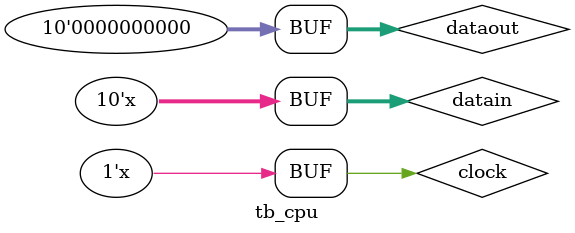
<source format=v>
`timescale 1ns / 1ps


module tb_cpu(

    );

reg clock;
always #10 clock = ~clock;

reg [9:0] datain = 10;
always #500 datain = datain + 3;

wire [9:0] dataout;

initial begin
    clock=0;
    dataout=0;
end

CPU inst(
    .clock(clock),
    .datain(datain),
    .dataout(dataout)
);


endmodule

</source>
